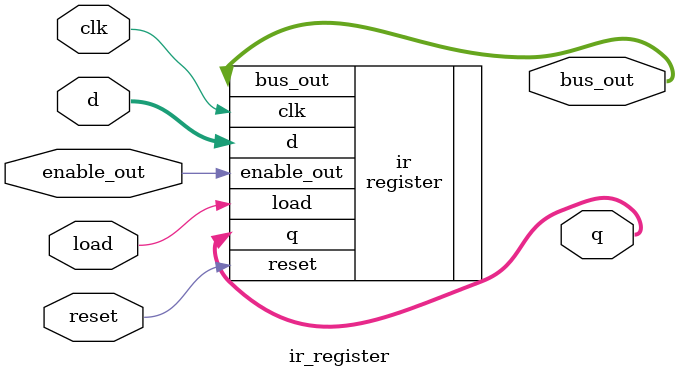
<source format=v>
module pc_register (
    input wire clk,
    input wire reset,
    input wire load,
    input wire enable_out,
    input wire [31:0] d,
    output wire [31:0] q,
    output wire [31:0] bus_out
);
    register pc (
        .clk(clk),
        .reset(reset),
        .load(load),
        .enable_out(enable_out),
        .d(d),
        .q(q),
        .bus_out(bus_out)
    );
endmodule

module ir_register (
    input wire clk,
    input wire reset,
    input wire load,
    input wire enable_out,
    input wire [31:0] d,
    output wire [31:0] q,
    output wire [31:0] bus_out
);
    register ir (
        .clk(clk),
        .reset(reset),
        .load(load),
        .enable_out(enable_out),
        .d(d),
        .q(q),
        .bus_out(bus_out)
    );
endmodule

</source>
